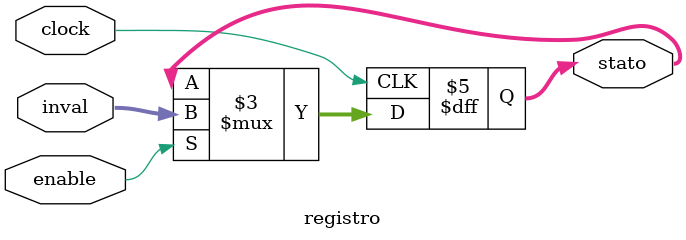
<source format=v>
module registro(output reg [1:N]stato, input clock, input enable, input [1:N]inval);
   parameter N = 2;
   initial

     begin
	stato = 0;
     end

   always @(posedge clock)
     begin
	if(enable)
	  stato <= inval;
     end
endmodule // registro

</source>
